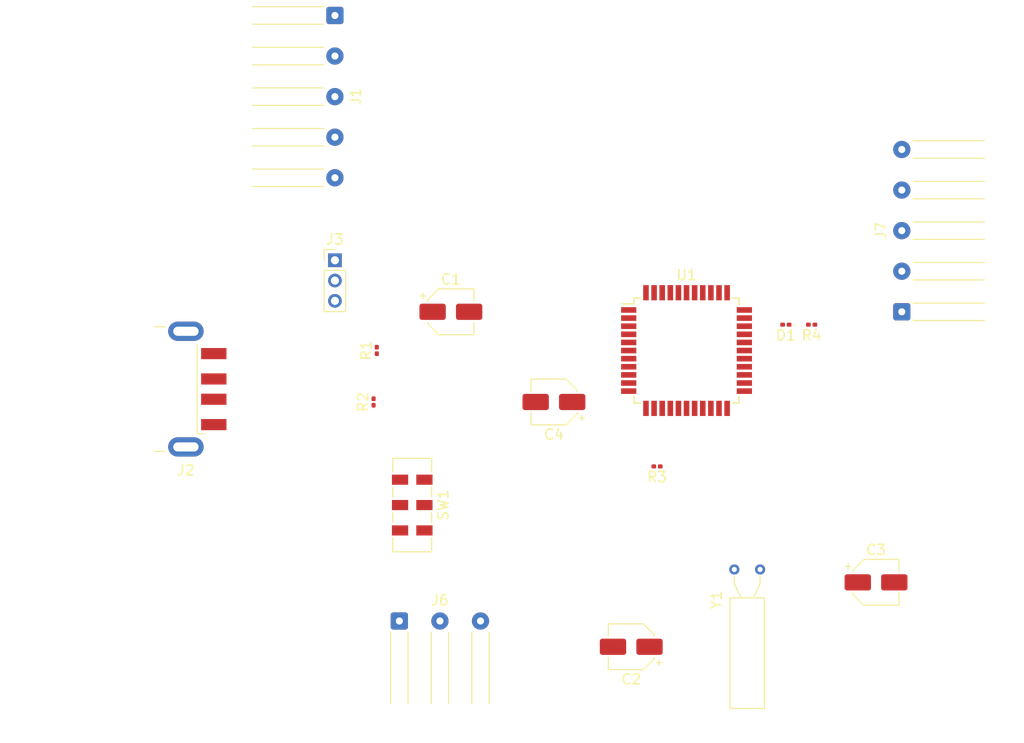
<source format=kicad_pcb>
(kicad_pcb (version 20171130) (host pcbnew "(5.1.9)-1")

  (general
    (thickness 1.6)
    (drawings 0)
    (tracks 0)
    (zones 0)
    (modules 17)
    (nets 42)
  )

  (page A4)
  (layers
    (0 F.Cu signal)
    (31 B.Cu signal)
    (32 B.Adhes user)
    (33 F.Adhes user)
    (34 B.Paste user)
    (35 F.Paste user)
    (36 B.SilkS user)
    (37 F.SilkS user)
    (38 B.Mask user)
    (39 F.Mask user)
    (40 Dwgs.User user)
    (41 Cmts.User user)
    (42 Eco1.User user)
    (43 Eco2.User user)
    (44 Edge.Cuts user)
    (45 Margin user)
    (46 B.CrtYd user)
    (47 F.CrtYd user)
    (48 B.Fab user)
    (49 F.Fab user)
  )

  (setup
    (last_trace_width 0.25)
    (trace_clearance 0.2)
    (zone_clearance 0.508)
    (zone_45_only no)
    (trace_min 0.2)
    (via_size 0.8)
    (via_drill 0.4)
    (via_min_size 0.4)
    (via_min_drill 0.3)
    (uvia_size 0.3)
    (uvia_drill 0.1)
    (uvias_allowed no)
    (uvia_min_size 0.2)
    (uvia_min_drill 0.1)
    (edge_width 0.05)
    (segment_width 0.2)
    (pcb_text_width 0.3)
    (pcb_text_size 1.5 1.5)
    (mod_edge_width 0.12)
    (mod_text_size 1 1)
    (mod_text_width 0.15)
    (pad_size 1.524 1.524)
    (pad_drill 0.762)
    (pad_to_mask_clearance 0)
    (aux_axis_origin 0 0)
    (visible_elements 7FFFFFFF)
    (pcbplotparams
      (layerselection 0x010fc_ffffffff)
      (usegerberextensions false)
      (usegerberattributes true)
      (usegerberadvancedattributes true)
      (creategerberjobfile true)
      (excludeedgelayer true)
      (linewidth 0.100000)
      (plotframeref false)
      (viasonmask false)
      (mode 1)
      (useauxorigin false)
      (hpglpennumber 1)
      (hpglpenspeed 20)
      (hpglpendiameter 15.000000)
      (psnegative false)
      (psa4output false)
      (plotreference true)
      (plotvalue true)
      (plotinvisibletext false)
      (padsonsilk false)
      (subtractmaskfromsilk false)
      (outputformat 1)
      (mirror false)
      (drillshape 1)
      (scaleselection 1)
      (outputdirectory ""))
  )

  (net 0 "")
  (net 1 GND)
  (net 2 "Net-(C1-Pad1)")
  (net 3 "Net-(C2-Pad1)")
  (net 4 "Net-(C3-Pad1)")
  (net 5 "Net-(C4-Pad1)")
  (net 6 "Net-(D1-Pad2)")
  (net 7 "Net-(D1-Pad1)")
  (net 8 "Net-(J1-Pad5)")
  (net 9 "Net-(J1-Pad3)")
  (net 10 "Net-(J1-Pad2)")
  (net 11 "Net-(J1-Pad1)")
  (net 12 "Net-(J2-Pad3)")
  (net 13 "Net-(J2-Pad2)")
  (net 14 VCC)
  (net 15 "Net-(J6-Pad1)")
  (net 16 "Net-(R1-Pad1)")
  (net 17 "Net-(R2-Pad1)")
  (net 18 "Net-(R3-Pad2)")
  (net 19 "Net-(U1-Pad42)")
  (net 20 "Net-(U1-Pad41)")
  (net 21 "Net-(U1-Pad40)")
  (net 22 "Net-(U1-Pad39)")
  (net 23 "Net-(U1-Pad38)")
  (net 24 "Net-(U1-Pad37)")
  (net 25 "Net-(U1-Pad36)")
  (net 26 "Net-(U1-Pad33)")
  (net 27 "Net-(U1-Pad31)")
  (net 28 "Net-(U1-Pad30)")
  (net 29 "Net-(U1-Pad29)")
  (net 30 "Net-(U1-Pad28)")
  (net 31 "Net-(U1-Pad27)")
  (net 32 "Net-(U1-Pad26)")
  (net 33 "Net-(U1-Pad25)")
  (net 34 "Net-(U1-Pad22)")
  (net 35 "Net-(U1-Pad21)")
  (net 36 "Net-(U1-Pad20)")
  (net 37 "Net-(U1-Pad11)")
  (net 38 "Net-(U1-Pad10)")
  (net 39 "Net-(U1-Pad9)")
  (net 40 "Net-(U1-Pad8)")
  (net 41 "Net-(U1-Pad1)")

  (net_class Default "This is the default net class."
    (clearance 0.2)
    (trace_width 0.25)
    (via_dia 0.8)
    (via_drill 0.4)
    (uvia_dia 0.3)
    (uvia_drill 0.1)
    (add_net GND)
    (add_net "Net-(C1-Pad1)")
    (add_net "Net-(C2-Pad1)")
    (add_net "Net-(C3-Pad1)")
    (add_net "Net-(C4-Pad1)")
    (add_net "Net-(D1-Pad1)")
    (add_net "Net-(D1-Pad2)")
    (add_net "Net-(J1-Pad1)")
    (add_net "Net-(J1-Pad2)")
    (add_net "Net-(J1-Pad3)")
    (add_net "Net-(J1-Pad5)")
    (add_net "Net-(J2-Pad2)")
    (add_net "Net-(J2-Pad3)")
    (add_net "Net-(J6-Pad1)")
    (add_net "Net-(R1-Pad1)")
    (add_net "Net-(R2-Pad1)")
    (add_net "Net-(R3-Pad2)")
    (add_net "Net-(U1-Pad1)")
    (add_net "Net-(U1-Pad10)")
    (add_net "Net-(U1-Pad11)")
    (add_net "Net-(U1-Pad20)")
    (add_net "Net-(U1-Pad21)")
    (add_net "Net-(U1-Pad22)")
    (add_net "Net-(U1-Pad25)")
    (add_net "Net-(U1-Pad26)")
    (add_net "Net-(U1-Pad27)")
    (add_net "Net-(U1-Pad28)")
    (add_net "Net-(U1-Pad29)")
    (add_net "Net-(U1-Pad30)")
    (add_net "Net-(U1-Pad31)")
    (add_net "Net-(U1-Pad33)")
    (add_net "Net-(U1-Pad36)")
    (add_net "Net-(U1-Pad37)")
    (add_net "Net-(U1-Pad38)")
    (add_net "Net-(U1-Pad39)")
    (add_net "Net-(U1-Pad40)")
    (add_net "Net-(U1-Pad41)")
    (add_net "Net-(U1-Pad42)")
    (add_net "Net-(U1-Pad8)")
    (add_net "Net-(U1-Pad9)")
    (add_net VCC)
  )

  (module Crystal:Crystal_AT310_D3.0mm_L10.0mm_Horizontal (layer F.Cu) (tedit 5D20AD32) (tstamp 60A15216)
    (at 114.3 157.48)
    (descr "Crystal THT AT310 10.0mm-10.5mm length 3.0mm diameter http://www.cinetech.com.tw/upload/2011/04/20110401165201.pdf")
    (tags ['AT310'])
    (path /608997C4)
    (fp_text reference Y1 (at -1.75 3 90) (layer F.SilkS)
      (effects (font (size 1 1) (thickness 0.15)))
    )
    (fp_text value Crystal (at 4.29 3 90) (layer F.Fab)
      (effects (font (size 1 1) (thickness 0.15)))
    )
    (fp_line (start -0.23 3) (end -0.23 13.5) (layer F.Fab) (width 0.1))
    (fp_line (start -0.23 13.5) (end 2.77 13.5) (layer F.Fab) (width 0.1))
    (fp_line (start 2.77 13.5) (end 2.77 3) (layer F.Fab) (width 0.1))
    (fp_line (start 2.77 3) (end -0.23 3) (layer F.Fab) (width 0.1))
    (fp_line (start 0.67 3) (end 0 1.5) (layer F.Fab) (width 0.1))
    (fp_line (start 0 1.5) (end 0 0) (layer F.Fab) (width 0.1))
    (fp_line (start 1.87 3) (end 2.54 1.5) (layer F.Fab) (width 0.1))
    (fp_line (start 2.54 1.5) (end 2.54 0) (layer F.Fab) (width 0.1))
    (fp_line (start -0.43 2.8) (end -0.43 13.7) (layer F.SilkS) (width 0.12))
    (fp_line (start -0.43 13.7) (end 2.97 13.7) (layer F.SilkS) (width 0.12))
    (fp_line (start 2.97 13.7) (end 2.97 2.8) (layer F.SilkS) (width 0.12))
    (fp_line (start 2.97 2.8) (end -0.43 2.8) (layer F.SilkS) (width 0.12))
    (fp_line (start 0.67 2.8) (end 0 1.4) (layer F.SilkS) (width 0.12))
    (fp_line (start 0 1.4) (end 0 0.7) (layer F.SilkS) (width 0.12))
    (fp_line (start 1.87 2.8) (end 2.54 1.4) (layer F.SilkS) (width 0.12))
    (fp_line (start 2.54 1.4) (end 2.54 0.7) (layer F.SilkS) (width 0.12))
    (fp_line (start -1 -0.8) (end -1 14.3) (layer F.CrtYd) (width 0.05))
    (fp_line (start -1 14.3) (end 3.6 14.3) (layer F.CrtYd) (width 0.05))
    (fp_line (start 3.6 14.3) (end 3.6 -0.8) (layer F.CrtYd) (width 0.05))
    (fp_line (start 3.6 -0.8) (end -1 -0.8) (layer F.CrtYd) (width 0.05))
    (fp_text user %R (at 1.25 8.75 90) (layer F.Fab)
      (effects (font (size 0.8 0.8) (thickness 0.12)))
    )
    (pad 2 thru_hole circle (at 2.54 0) (size 1 1) (drill 0.5) (layers *.Cu *.Mask)
      (net 4 "Net-(C3-Pad1)"))
    (pad 1 thru_hole circle (at 0 0) (size 1 1) (drill 0.5) (layers *.Cu *.Mask)
      (net 3 "Net-(C2-Pad1)"))
    (model ${KISYS3DMOD}/Crystal.3dshapes/Crystal_AT310_D3.0mm_L10.0mm_Horizontal.wrl
      (at (xyz 0 0 0))
      (scale (xyz 1 1 1))
      (rotate (xyz 0 0 0))
    )
  )

  (module Package_QFP:TQFP-44_10x10mm_P0.8mm (layer F.Cu) (tedit 5A02F146) (tstamp 60A151FB)
    (at 109.59 135.9)
    (descr "44-Lead Plastic Thin Quad Flatpack (PT) - 10x10x1.0 mm Body [TQFP] (see Microchip Packaging Specification 00000049BS.pdf)")
    (tags "QFP 0.8")
    (path /6086CB51)
    (attr smd)
    (fp_text reference U1 (at 0 -7.45) (layer F.SilkS)
      (effects (font (size 1 1) (thickness 0.15)))
    )
    (fp_text value ATmega32U4-AU (at 0 7.45) (layer F.Fab)
      (effects (font (size 1 1) (thickness 0.15)))
    )
    (fp_line (start -4 -5) (end 5 -5) (layer F.Fab) (width 0.15))
    (fp_line (start 5 -5) (end 5 5) (layer F.Fab) (width 0.15))
    (fp_line (start 5 5) (end -5 5) (layer F.Fab) (width 0.15))
    (fp_line (start -5 5) (end -5 -4) (layer F.Fab) (width 0.15))
    (fp_line (start -5 -4) (end -4 -5) (layer F.Fab) (width 0.15))
    (fp_line (start -6.7 -6.7) (end -6.7 6.7) (layer F.CrtYd) (width 0.05))
    (fp_line (start 6.7 -6.7) (end 6.7 6.7) (layer F.CrtYd) (width 0.05))
    (fp_line (start -6.7 -6.7) (end 6.7 -6.7) (layer F.CrtYd) (width 0.05))
    (fp_line (start -6.7 6.7) (end 6.7 6.7) (layer F.CrtYd) (width 0.05))
    (fp_line (start -5.175 -5.175) (end -5.175 -4.6) (layer F.SilkS) (width 0.15))
    (fp_line (start 5.175 -5.175) (end 5.175 -4.5) (layer F.SilkS) (width 0.15))
    (fp_line (start 5.175 5.175) (end 5.175 4.5) (layer F.SilkS) (width 0.15))
    (fp_line (start -5.175 5.175) (end -5.175 4.5) (layer F.SilkS) (width 0.15))
    (fp_line (start -5.175 -5.175) (end -4.5 -5.175) (layer F.SilkS) (width 0.15))
    (fp_line (start -5.175 5.175) (end -4.5 5.175) (layer F.SilkS) (width 0.15))
    (fp_line (start 5.175 5.175) (end 4.5 5.175) (layer F.SilkS) (width 0.15))
    (fp_line (start 5.175 -5.175) (end 4.5 -5.175) (layer F.SilkS) (width 0.15))
    (fp_line (start -5.175 -4.6) (end -6.45 -4.6) (layer F.SilkS) (width 0.15))
    (fp_text user %R (at 0 0) (layer F.Fab)
      (effects (font (size 1 1) (thickness 0.15)))
    )
    (pad 44 smd rect (at -4 -5.7 90) (size 1.5 0.55) (layers F.Cu F.Paste F.Mask)
      (net 14 VCC))
    (pad 43 smd rect (at -3.2 -5.7 90) (size 1.5 0.55) (layers F.Cu F.Paste F.Mask)
      (net 1 GND))
    (pad 42 smd rect (at -2.4 -5.7 90) (size 1.5 0.55) (layers F.Cu F.Paste F.Mask)
      (net 19 "Net-(U1-Pad42)"))
    (pad 41 smd rect (at -1.6 -5.7 90) (size 1.5 0.55) (layers F.Cu F.Paste F.Mask)
      (net 20 "Net-(U1-Pad41)"))
    (pad 40 smd rect (at -0.8 -5.7 90) (size 1.5 0.55) (layers F.Cu F.Paste F.Mask)
      (net 21 "Net-(U1-Pad40)"))
    (pad 39 smd rect (at 0 -5.7 90) (size 1.5 0.55) (layers F.Cu F.Paste F.Mask)
      (net 22 "Net-(U1-Pad39)"))
    (pad 38 smd rect (at 0.8 -5.7 90) (size 1.5 0.55) (layers F.Cu F.Paste F.Mask)
      (net 23 "Net-(U1-Pad38)"))
    (pad 37 smd rect (at 1.6 -5.7 90) (size 1.5 0.55) (layers F.Cu F.Paste F.Mask)
      (net 24 "Net-(U1-Pad37)"))
    (pad 36 smd rect (at 2.4 -5.7 90) (size 1.5 0.55) (layers F.Cu F.Paste F.Mask)
      (net 25 "Net-(U1-Pad36)"))
    (pad 35 smd rect (at 3.2 -5.7 90) (size 1.5 0.55) (layers F.Cu F.Paste F.Mask)
      (net 1 GND))
    (pad 34 smd rect (at 4 -5.7 90) (size 1.5 0.55) (layers F.Cu F.Paste F.Mask)
      (net 14 VCC))
    (pad 33 smd rect (at 5.7 -4) (size 1.5 0.55) (layers F.Cu F.Paste F.Mask)
      (net 26 "Net-(U1-Pad33)"))
    (pad 32 smd rect (at 5.7 -3.2) (size 1.5 0.55) (layers F.Cu F.Paste F.Mask)
      (net 6 "Net-(D1-Pad2)"))
    (pad 31 smd rect (at 5.7 -2.4) (size 1.5 0.55) (layers F.Cu F.Paste F.Mask)
      (net 27 "Net-(U1-Pad31)"))
    (pad 30 smd rect (at 5.7 -1.6) (size 1.5 0.55) (layers F.Cu F.Paste F.Mask)
      (net 28 "Net-(U1-Pad30)"))
    (pad 29 smd rect (at 5.7 -0.8) (size 1.5 0.55) (layers F.Cu F.Paste F.Mask)
      (net 29 "Net-(U1-Pad29)"))
    (pad 28 smd rect (at 5.7 0) (size 1.5 0.55) (layers F.Cu F.Paste F.Mask)
      (net 30 "Net-(U1-Pad28)"))
    (pad 27 smd rect (at 5.7 0.8) (size 1.5 0.55) (layers F.Cu F.Paste F.Mask)
      (net 31 "Net-(U1-Pad27)"))
    (pad 26 smd rect (at 5.7 1.6) (size 1.5 0.55) (layers F.Cu F.Paste F.Mask)
      (net 32 "Net-(U1-Pad26)"))
    (pad 25 smd rect (at 5.7 2.4) (size 1.5 0.55) (layers F.Cu F.Paste F.Mask)
      (net 33 "Net-(U1-Pad25)"))
    (pad 24 smd rect (at 5.7 3.2) (size 1.5 0.55) (layers F.Cu F.Paste F.Mask)
      (net 14 VCC))
    (pad 23 smd rect (at 5.7 4) (size 1.5 0.55) (layers F.Cu F.Paste F.Mask)
      (net 1 GND))
    (pad 22 smd rect (at 4 5.7 90) (size 1.5 0.55) (layers F.Cu F.Paste F.Mask)
      (net 34 "Net-(U1-Pad22)"))
    (pad 21 smd rect (at 3.2 5.7 90) (size 1.5 0.55) (layers F.Cu F.Paste F.Mask)
      (net 35 "Net-(U1-Pad21)"))
    (pad 20 smd rect (at 2.4 5.7 90) (size 1.5 0.55) (layers F.Cu F.Paste F.Mask)
      (net 36 "Net-(U1-Pad20)"))
    (pad 19 smd rect (at 1.6 5.7 90) (size 1.5 0.55) (layers F.Cu F.Paste F.Mask)
      (net 10 "Net-(J1-Pad2)"))
    (pad 18 smd rect (at 0.8 5.7 90) (size 1.5 0.55) (layers F.Cu F.Paste F.Mask)
      (net 9 "Net-(J1-Pad3)"))
    (pad 17 smd rect (at 0 5.7 90) (size 1.5 0.55) (layers F.Cu F.Paste F.Mask)
      (net 3 "Net-(C2-Pad1)"))
    (pad 16 smd rect (at -0.8 5.7 90) (size 1.5 0.55) (layers F.Cu F.Paste F.Mask)
      (net 4 "Net-(C3-Pad1)"))
    (pad 15 smd rect (at -1.6 5.7 90) (size 1.5 0.55) (layers F.Cu F.Paste F.Mask)
      (net 1 GND))
    (pad 14 smd rect (at -2.4 5.7 90) (size 1.5 0.55) (layers F.Cu F.Paste F.Mask)
      (net 14 VCC))
    (pad 13 smd rect (at -3.2 5.7 90) (size 1.5 0.55) (layers F.Cu F.Paste F.Mask)
      (net 18 "Net-(R3-Pad2)"))
    (pad 12 smd rect (at -4 5.7 90) (size 1.5 0.55) (layers F.Cu F.Paste F.Mask)
      (net 15 "Net-(J6-Pad1)"))
    (pad 11 smd rect (at -5.7 4) (size 1.5 0.55) (layers F.Cu F.Paste F.Mask)
      (net 37 "Net-(U1-Pad11)"))
    (pad 10 smd rect (at -5.7 3.2) (size 1.5 0.55) (layers F.Cu F.Paste F.Mask)
      (net 38 "Net-(U1-Pad10)"))
    (pad 9 smd rect (at -5.7 2.4) (size 1.5 0.55) (layers F.Cu F.Paste F.Mask)
      (net 39 "Net-(U1-Pad9)"))
    (pad 8 smd rect (at -5.7 1.6) (size 1.5 0.55) (layers F.Cu F.Paste F.Mask)
      (net 40 "Net-(U1-Pad8)"))
    (pad 7 smd rect (at -5.7 0.8) (size 1.5 0.55) (layers F.Cu F.Paste F.Mask)
      (net 2 "Net-(C1-Pad1)"))
    (pad 6 smd rect (at -5.7 0) (size 1.5 0.55) (layers F.Cu F.Paste F.Mask)
      (net 5 "Net-(C4-Pad1)"))
    (pad 5 smd rect (at -5.7 -0.8) (size 1.5 0.55) (layers F.Cu F.Paste F.Mask)
      (net 1 GND))
    (pad 4 smd rect (at -5.7 -1.6) (size 1.5 0.55) (layers F.Cu F.Paste F.Mask)
      (net 16 "Net-(R1-Pad1)"))
    (pad 3 smd rect (at -5.7 -2.4) (size 1.5 0.55) (layers F.Cu F.Paste F.Mask)
      (net 17 "Net-(R2-Pad1)"))
    (pad 2 smd rect (at -5.7 -3.2) (size 1.5 0.55) (layers F.Cu F.Paste F.Mask)
      (net 14 VCC))
    (pad 1 smd rect (at -5.7 -4) (size 1.5 0.55) (layers F.Cu F.Paste F.Mask)
      (net 41 "Net-(U1-Pad1)"))
    (model ${KISYS3DMOD}/Package_QFP.3dshapes/TQFP-44_10x10mm_P0.8mm.wrl
      (at (xyz 0 0 0))
      (scale (xyz 1 1 1))
      (rotate (xyz 0 0 0))
    )
  )

  (module Button_Switch_SMD:SW_DPDT_CK_JS202011JCQN (layer F.Cu) (tedit 5E695155) (tstamp 60A151B8)
    (at 82.55 151.13 270)
    (descr "Sub-miniature slide switch, vertical, SMT J bend https://dznh3ojzb2azq.cloudfront.net/products/Slide/JS/documents/datasheet.pdf")
    (tags "switch DPDT SMT")
    (path /608A7433)
    (attr smd)
    (fp_text reference SW1 (at 0 -3.05 90) (layer F.SilkS)
      (effects (font (size 1 1) (thickness 0.15)))
    )
    (fp_text value SW_Push_SPDT (at 0 3.15 90) (layer F.Fab)
      (effects (font (size 1 1) (thickness 0.15)))
    )
    (fp_line (start -4.5 -1.8) (end 4.5 -1.8) (layer F.Fab) (width 0.1))
    (fp_line (start 4.5 -1.8) (end 4.5 1.8) (layer F.Fab) (width 0.1))
    (fp_line (start 4.5 1.8) (end -4.5 1.8) (layer F.Fab) (width 0.1))
    (fp_line (start -4.5 1.8) (end -4.5 -1.8) (layer F.Fab) (width 0.1))
    (fp_line (start 4.61 -1.91) (end 4.61 1.91) (layer F.SilkS) (width 0.12))
    (fp_line (start -3.26 -1.91) (end -4.61 -1.91) (layer F.SilkS) (width 0.12))
    (fp_line (start -4.61 -1.91) (end -4.61 1.91) (layer F.SilkS) (width 0.12))
    (fp_line (start -4.61 1.91) (end -3.26 1.91) (layer F.SilkS) (width 0.12))
    (fp_line (start -0.76 -1.91) (end -1.74 -1.91) (layer F.SilkS) (width 0.12))
    (fp_line (start 4.61 -1.91) (end 3.26 -1.91) (layer F.SilkS) (width 0.12))
    (fp_line (start 4.61 1.91) (end 3.26 1.91) (layer F.SilkS) (width 0.12))
    (fp_line (start 1.74 -1.91) (end 0.76 -1.91) (layer F.SilkS) (width 0.12))
    (fp_line (start -0.76 1.91) (end -1.74 1.91) (layer F.SilkS) (width 0.12))
    (fp_line (start 1.74 1.91) (end 0.76 1.91) (layer F.SilkS) (width 0.12))
    (fp_line (start -1.75 -0.75) (end 1.75 -0.75) (layer F.Fab) (width 0.1))
    (fp_line (start 1.75 -0.75) (end 1.75 0.75) (layer F.Fab) (width 0.1))
    (fp_line (start 1.75 0.75) (end -1.75 0.75) (layer F.Fab) (width 0.1))
    (fp_line (start -1.75 -0.75) (end -1.75 0.75) (layer F.Fab) (width 0.1))
    (fp_line (start -0.25 -0.75) (end -0.25 0.75) (layer F.Fab) (width 0.1))
    (fp_line (start 4.75 -2.25) (end 4.75 2.25) (layer F.CrtYd) (width 0.05))
    (fp_line (start -4.75 -2.25) (end -4.75 2.25) (layer F.CrtYd) (width 0.05))
    (fp_line (start -4.75 -2.25) (end 4.75 -2.25) (layer F.CrtYd) (width 0.05))
    (fp_line (start 4.75 2.25) (end -4.75 2.25) (layer F.CrtYd) (width 0.05))
    (fp_text user %R (at 0 -3.05 90) (layer F.Fab)
      (effects (font (size 1 1) (thickness 0.15)))
    )
    (pad 3 smd rect (at 2.5 -1.2 270) (size 1 1.6) (layers F.Cu F.Paste F.Mask)
      (net 1 GND))
    (pad 2 smd rect (at 0 -1.2 270) (size 1 1.6) (layers F.Cu F.Paste F.Mask)
      (net 18 "Net-(R3-Pad2)"))
    (pad 1 smd rect (at -2.5 -1.2 270) (size 1 1.6) (layers F.Cu F.Paste F.Mask)
      (net 1 GND))
    (pad 6 smd rect (at 2.5 1.2 270) (size 1 1.6) (layers F.Cu F.Paste F.Mask))
    (pad 5 smd rect (at 0 1.2 270) (size 1 1.6) (layers F.Cu F.Paste F.Mask))
    (pad 4 smd rect (at -2.5 1.2 270) (size 1 1.6) (layers F.Cu F.Paste F.Mask))
    (model ${KISYS3DMOD}/Button_Switch_SMD.3dshapes/SW_DPDT_CK_JS202011JCQN.wrl
      (at (xyz 0 0 0))
      (scale (xyz 1 1 1))
      (rotate (xyz 0 0 0))
    )
  )

  (module Resistor_SMD:R_0201_0603Metric (layer F.Cu) (tedit 5F68FEEE) (tstamp 60A15196)
    (at 121.92 133.35 180)
    (descr "Resistor SMD 0201 (0603 Metric), square (rectangular) end terminal, IPC_7351 nominal, (Body size source: https://www.vishay.com/docs/20052/crcw0201e3.pdf), generated with kicad-footprint-generator")
    (tags resistor)
    (path /60884624)
    (attr smd)
    (fp_text reference R4 (at 0 -1.05) (layer F.SilkS)
      (effects (font (size 1 1) (thickness 0.15)))
    )
    (fp_text value 200 (at 0 1.05) (layer F.Fab)
      (effects (font (size 1 1) (thickness 0.15)))
    )
    (fp_line (start -0.3 0.15) (end -0.3 -0.15) (layer F.Fab) (width 0.1))
    (fp_line (start -0.3 -0.15) (end 0.3 -0.15) (layer F.Fab) (width 0.1))
    (fp_line (start 0.3 -0.15) (end 0.3 0.15) (layer F.Fab) (width 0.1))
    (fp_line (start 0.3 0.15) (end -0.3 0.15) (layer F.Fab) (width 0.1))
    (fp_line (start -0.7 0.35) (end -0.7 -0.35) (layer F.CrtYd) (width 0.05))
    (fp_line (start -0.7 -0.35) (end 0.7 -0.35) (layer F.CrtYd) (width 0.05))
    (fp_line (start 0.7 -0.35) (end 0.7 0.35) (layer F.CrtYd) (width 0.05))
    (fp_line (start 0.7 0.35) (end -0.7 0.35) (layer F.CrtYd) (width 0.05))
    (fp_text user %R (at 0 -0.68) (layer F.Fab)
      (effects (font (size 0.25 0.25) (thickness 0.04)))
    )
    (pad 2 smd roundrect (at 0.32 0 180) (size 0.46 0.4) (layers F.Cu F.Mask) (roundrect_rratio 0.25)
      (net 7 "Net-(D1-Pad1)"))
    (pad 1 smd roundrect (at -0.32 0 180) (size 0.46 0.4) (layers F.Cu F.Mask) (roundrect_rratio 0.25)
      (net 1 GND))
    (pad "" smd roundrect (at 0.345 0 180) (size 0.318 0.36) (layers F.Paste) (roundrect_rratio 0.25))
    (pad "" smd roundrect (at -0.345 0 180) (size 0.318 0.36) (layers F.Paste) (roundrect_rratio 0.25))
    (model ${KISYS3DMOD}/Resistor_SMD.3dshapes/R_0201_0603Metric.wrl
      (at (xyz 0 0 0))
      (scale (xyz 1 1 1))
      (rotate (xyz 0 0 0))
    )
  )

  (module Resistor_SMD:R_0201_0603Metric (layer F.Cu) (tedit 5F68FEEE) (tstamp 60A15185)
    (at 106.68 147.32 180)
    (descr "Resistor SMD 0201 (0603 Metric), square (rectangular) end terminal, IPC_7351 nominal, (Body size source: https://www.vishay.com/docs/20052/crcw0201e3.pdf), generated with kicad-footprint-generator")
    (tags resistor)
    (path /608A32E5)
    (attr smd)
    (fp_text reference R3 (at 0 -1.05) (layer F.SilkS)
      (effects (font (size 1 1) (thickness 0.15)))
    )
    (fp_text value 10K (at 0 1.05) (layer F.Fab)
      (effects (font (size 1 1) (thickness 0.15)))
    )
    (fp_line (start -0.3 0.15) (end -0.3 -0.15) (layer F.Fab) (width 0.1))
    (fp_line (start -0.3 -0.15) (end 0.3 -0.15) (layer F.Fab) (width 0.1))
    (fp_line (start 0.3 -0.15) (end 0.3 0.15) (layer F.Fab) (width 0.1))
    (fp_line (start 0.3 0.15) (end -0.3 0.15) (layer F.Fab) (width 0.1))
    (fp_line (start -0.7 0.35) (end -0.7 -0.35) (layer F.CrtYd) (width 0.05))
    (fp_line (start -0.7 -0.35) (end 0.7 -0.35) (layer F.CrtYd) (width 0.05))
    (fp_line (start 0.7 -0.35) (end 0.7 0.35) (layer F.CrtYd) (width 0.05))
    (fp_line (start 0.7 0.35) (end -0.7 0.35) (layer F.CrtYd) (width 0.05))
    (fp_text user %R (at 0 -0.68) (layer F.Fab)
      (effects (font (size 0.25 0.25) (thickness 0.04)))
    )
    (pad 2 smd roundrect (at 0.32 0 180) (size 0.46 0.4) (layers F.Cu F.Mask) (roundrect_rratio 0.25)
      (net 18 "Net-(R3-Pad2)"))
    (pad 1 smd roundrect (at -0.32 0 180) (size 0.46 0.4) (layers F.Cu F.Mask) (roundrect_rratio 0.25)
      (net 14 VCC))
    (pad "" smd roundrect (at 0.345 0 180) (size 0.318 0.36) (layers F.Paste) (roundrect_rratio 0.25))
    (pad "" smd roundrect (at -0.345 0 180) (size 0.318 0.36) (layers F.Paste) (roundrect_rratio 0.25))
    (model ${KISYS3DMOD}/Resistor_SMD.3dshapes/R_0201_0603Metric.wrl
      (at (xyz 0 0 0))
      (scale (xyz 1 1 1))
      (rotate (xyz 0 0 0))
    )
  )

  (module Resistor_SMD:R_0201_0603Metric (layer F.Cu) (tedit 5F68FEEE) (tstamp 60AA406C)
    (at 78.74 140.97 90)
    (descr "Resistor SMD 0201 (0603 Metric), square (rectangular) end terminal, IPC_7351 nominal, (Body size source: https://www.vishay.com/docs/20052/crcw0201e3.pdf), generated with kicad-footprint-generator")
    (tags resistor)
    (path /6087F59F)
    (attr smd)
    (fp_text reference R2 (at 0 -1.05 90) (layer F.SilkS)
      (effects (font (size 1 1) (thickness 0.15)))
    )
    (fp_text value 22 (at 0 1.05 90) (layer F.Fab)
      (effects (font (size 1 1) (thickness 0.15)))
    )
    (fp_line (start -0.3 0.15) (end -0.3 -0.15) (layer F.Fab) (width 0.1))
    (fp_line (start -0.3 -0.15) (end 0.3 -0.15) (layer F.Fab) (width 0.1))
    (fp_line (start 0.3 -0.15) (end 0.3 0.15) (layer F.Fab) (width 0.1))
    (fp_line (start 0.3 0.15) (end -0.3 0.15) (layer F.Fab) (width 0.1))
    (fp_line (start -0.7 0.35) (end -0.7 -0.35) (layer F.CrtYd) (width 0.05))
    (fp_line (start -0.7 -0.35) (end 0.7 -0.35) (layer F.CrtYd) (width 0.05))
    (fp_line (start 0.7 -0.35) (end 0.7 0.35) (layer F.CrtYd) (width 0.05))
    (fp_line (start 0.7 0.35) (end -0.7 0.35) (layer F.CrtYd) (width 0.05))
    (fp_text user %R (at 0 -0.68 90) (layer F.Fab)
      (effects (font (size 0.25 0.25) (thickness 0.04)))
    )
    (pad 2 smd roundrect (at 0.32 0 90) (size 0.46 0.4) (layers F.Cu F.Mask) (roundrect_rratio 0.25)
      (net 13 "Net-(J2-Pad2)"))
    (pad 1 smd roundrect (at -0.32 0 90) (size 0.46 0.4) (layers F.Cu F.Mask) (roundrect_rratio 0.25)
      (net 17 "Net-(R2-Pad1)"))
    (pad "" smd roundrect (at 0.345 0 90) (size 0.318 0.36) (layers F.Paste) (roundrect_rratio 0.25))
    (pad "" smd roundrect (at -0.345 0 90) (size 0.318 0.36) (layers F.Paste) (roundrect_rratio 0.25))
    (model ${KISYS3DMOD}/Resistor_SMD.3dshapes/R_0201_0603Metric.wrl
      (at (xyz 0 0 0))
      (scale (xyz 1 1 1))
      (rotate (xyz 0 0 0))
    )
  )

  (module Resistor_SMD:R_0201_0603Metric (layer F.Cu) (tedit 5F68FEEE) (tstamp 60A15163)
    (at 79.06 135.89 90)
    (descr "Resistor SMD 0201 (0603 Metric), square (rectangular) end terminal, IPC_7351 nominal, (Body size source: https://www.vishay.com/docs/20052/crcw0201e3.pdf), generated with kicad-footprint-generator")
    (tags resistor)
    (path /6087EA5F)
    (attr smd)
    (fp_text reference R1 (at 0 -1.05 90) (layer F.SilkS)
      (effects (font (size 1 1) (thickness 0.15)))
    )
    (fp_text value 22 (at 0 1.05 90) (layer F.Fab)
      (effects (font (size 1 1) (thickness 0.15)))
    )
    (fp_line (start -0.3 0.15) (end -0.3 -0.15) (layer F.Fab) (width 0.1))
    (fp_line (start -0.3 -0.15) (end 0.3 -0.15) (layer F.Fab) (width 0.1))
    (fp_line (start 0.3 -0.15) (end 0.3 0.15) (layer F.Fab) (width 0.1))
    (fp_line (start 0.3 0.15) (end -0.3 0.15) (layer F.Fab) (width 0.1))
    (fp_line (start -0.7 0.35) (end -0.7 -0.35) (layer F.CrtYd) (width 0.05))
    (fp_line (start -0.7 -0.35) (end 0.7 -0.35) (layer F.CrtYd) (width 0.05))
    (fp_line (start 0.7 -0.35) (end 0.7 0.35) (layer F.CrtYd) (width 0.05))
    (fp_line (start 0.7 0.35) (end -0.7 0.35) (layer F.CrtYd) (width 0.05))
    (fp_text user %R (at 0 -0.68 90) (layer F.Fab)
      (effects (font (size 0.25 0.25) (thickness 0.04)))
    )
    (pad 2 smd roundrect (at 0.32 0 90) (size 0.46 0.4) (layers F.Cu F.Mask) (roundrect_rratio 0.25)
      (net 12 "Net-(J2-Pad3)"))
    (pad 1 smd roundrect (at -0.32 0 90) (size 0.46 0.4) (layers F.Cu F.Mask) (roundrect_rratio 0.25)
      (net 16 "Net-(R1-Pad1)"))
    (pad "" smd roundrect (at 0.345 0 90) (size 0.318 0.36) (layers F.Paste) (roundrect_rratio 0.25))
    (pad "" smd roundrect (at -0.345 0 90) (size 0.318 0.36) (layers F.Paste) (roundrect_rratio 0.25))
    (model ${KISYS3DMOD}/Resistor_SMD.3dshapes/R_0201_0603Metric.wrl
      (at (xyz 0 0 0))
      (scale (xyz 1 1 1))
      (rotate (xyz 0 0 0))
    )
  )

  (module Connector_Wire:SolderWire-0.15sqmm_1x05_P4mm_D0.5mm_OD1.5mm_Relief (layer F.Cu) (tedit 5EB70B42) (tstamp 60A16AAF)
    (at 130.81 132.08 90)
    (descr "Soldered wire connection with feed through strain relief, for 5 times 0.15 mm² wires, basic insulation, conductor diameter 0.5mm, outer diameter 1.5mm, size source Multi-Contact FLEXI-E 0.15 (https://ec.staubli.com/AcroFiles/Catalogues/TM_Cab-Main-11014119_(en)_hi.pdf), bend radius 3 times outer diameter, generated with kicad-footprint-generator")
    (tags "connector wire 0.15sqmm strain-relief")
    (path /6086FFCB)
    (attr virtual)
    (fp_text reference J7 (at 8 -2.05 90) (layer F.SilkS)
      (effects (font (size 1 1) (thickness 0.15)))
    )
    (fp_text value Conn_01x05_Male (at 8 11.2 90) (layer F.Fab)
      (effects (font (size 1 1) (thickness 0.15)))
    )
    (fp_circle (center 0 0) (end 0.75 0) (layer F.Fab) (width 0.1))
    (fp_circle (center 0 9) (end 0.75 9) (layer F.Fab) (width 0.1))
    (fp_circle (center 4 0) (end 4.75 0) (layer F.Fab) (width 0.1))
    (fp_circle (center 4 9) (end 4.75 9) (layer F.Fab) (width 0.1))
    (fp_circle (center 8 0) (end 8.75 0) (layer F.Fab) (width 0.1))
    (fp_circle (center 8 9) (end 8.75 9) (layer F.Fab) (width 0.1))
    (fp_circle (center 12 0) (end 12.75 0) (layer F.Fab) (width 0.1))
    (fp_circle (center 12 9) (end 12.75 9) (layer F.Fab) (width 0.1))
    (fp_circle (center 16 0) (end 16.75 0) (layer F.Fab) (width 0.1))
    (fp_circle (center 16 9) (end 16.75 9) (layer F.Fab) (width 0.1))
    (fp_line (start -0.75 0) (end -0.75 9) (layer F.Fab) (width 0.1))
    (fp_line (start 0.75 0) (end 0.75 9) (layer F.Fab) (width 0.1))
    (fp_line (start 0.86 1.11) (end 0.86 8.14) (layer F.SilkS) (width 0.12))
    (fp_line (start -0.86 1.11) (end -0.86 8.14) (layer F.SilkS) (width 0.12))
    (fp_line (start -1.5 -1.35) (end -1.5 10.5) (layer F.CrtYd) (width 0.05))
    (fp_line (start -1.5 10.5) (end 1.5 10.5) (layer F.CrtYd) (width 0.05))
    (fp_line (start 1.5 10.5) (end 1.5 -1.35) (layer F.CrtYd) (width 0.05))
    (fp_line (start 1.5 -1.35) (end -1.5 -1.35) (layer F.CrtYd) (width 0.05))
    (fp_line (start -1.5 7.5) (end -1.5 10.5) (layer B.CrtYd) (width 0.05))
    (fp_line (start -1.5 10.5) (end 1.5 10.5) (layer B.CrtYd) (width 0.05))
    (fp_line (start 1.5 10.5) (end 1.5 7.5) (layer B.CrtYd) (width 0.05))
    (fp_line (start 1.5 7.5) (end -1.5 7.5) (layer B.CrtYd) (width 0.05))
    (fp_line (start 3.25 0) (end 3.25 9) (layer F.Fab) (width 0.1))
    (fp_line (start 4.75 0) (end 4.75 9) (layer F.Fab) (width 0.1))
    (fp_line (start 4.86 1.11) (end 4.86 8.14) (layer F.SilkS) (width 0.12))
    (fp_line (start 3.14 1.11) (end 3.14 8.14) (layer F.SilkS) (width 0.12))
    (fp_line (start 2.5 -1.35) (end 2.5 10.5) (layer F.CrtYd) (width 0.05))
    (fp_line (start 2.5 10.5) (end 5.5 10.5) (layer F.CrtYd) (width 0.05))
    (fp_line (start 5.5 10.5) (end 5.5 -1.35) (layer F.CrtYd) (width 0.05))
    (fp_line (start 5.5 -1.35) (end 2.5 -1.35) (layer F.CrtYd) (width 0.05))
    (fp_line (start 2.5 7.5) (end 2.5 10.5) (layer B.CrtYd) (width 0.05))
    (fp_line (start 2.5 10.5) (end 5.5 10.5) (layer B.CrtYd) (width 0.05))
    (fp_line (start 5.5 10.5) (end 5.5 7.5) (layer B.CrtYd) (width 0.05))
    (fp_line (start 5.5 7.5) (end 2.5 7.5) (layer B.CrtYd) (width 0.05))
    (fp_line (start 7.25 0) (end 7.25 9) (layer F.Fab) (width 0.1))
    (fp_line (start 8.75 0) (end 8.75 9) (layer F.Fab) (width 0.1))
    (fp_line (start 8.86 1.11) (end 8.86 8.14) (layer F.SilkS) (width 0.12))
    (fp_line (start 7.14 1.11) (end 7.14 8.14) (layer F.SilkS) (width 0.12))
    (fp_line (start 6.5 -1.35) (end 6.5 10.5) (layer F.CrtYd) (width 0.05))
    (fp_line (start 6.5 10.5) (end 9.5 10.5) (layer F.CrtYd) (width 0.05))
    (fp_line (start 9.5 10.5) (end 9.5 -1.35) (layer F.CrtYd) (width 0.05))
    (fp_line (start 9.5 -1.35) (end 6.5 -1.35) (layer F.CrtYd) (width 0.05))
    (fp_line (start 6.5 7.5) (end 6.5 10.5) (layer B.CrtYd) (width 0.05))
    (fp_line (start 6.5 10.5) (end 9.5 10.5) (layer B.CrtYd) (width 0.05))
    (fp_line (start 9.5 10.5) (end 9.5 7.5) (layer B.CrtYd) (width 0.05))
    (fp_line (start 9.5 7.5) (end 6.5 7.5) (layer B.CrtYd) (width 0.05))
    (fp_line (start 11.25 0) (end 11.25 9) (layer F.Fab) (width 0.1))
    (fp_line (start 12.75 0) (end 12.75 9) (layer F.Fab) (width 0.1))
    (fp_line (start 12.86 1.11) (end 12.86 8.14) (layer F.SilkS) (width 0.12))
    (fp_line (start 11.14 1.11) (end 11.14 8.14) (layer F.SilkS) (width 0.12))
    (fp_line (start 10.5 -1.35) (end 10.5 10.5) (layer F.CrtYd) (width 0.05))
    (fp_line (start 10.5 10.5) (end 13.5 10.5) (layer F.CrtYd) (width 0.05))
    (fp_line (start 13.5 10.5) (end 13.5 -1.35) (layer F.CrtYd) (width 0.05))
    (fp_line (start 13.5 -1.35) (end 10.5 -1.35) (layer F.CrtYd) (width 0.05))
    (fp_line (start 10.5 7.5) (end 10.5 10.5) (layer B.CrtYd) (width 0.05))
    (fp_line (start 10.5 10.5) (end 13.5 10.5) (layer B.CrtYd) (width 0.05))
    (fp_line (start 13.5 10.5) (end 13.5 7.5) (layer B.CrtYd) (width 0.05))
    (fp_line (start 13.5 7.5) (end 10.5 7.5) (layer B.CrtYd) (width 0.05))
    (fp_line (start 15.25 0) (end 15.25 9) (layer F.Fab) (width 0.1))
    (fp_line (start 16.75 0) (end 16.75 9) (layer F.Fab) (width 0.1))
    (fp_line (start 16.86 1.11) (end 16.86 8.14) (layer F.SilkS) (width 0.12))
    (fp_line (start 15.14 1.11) (end 15.14 8.14) (layer F.SilkS) (width 0.12))
    (fp_line (start 14.5 -1.35) (end 14.5 10.5) (layer F.CrtYd) (width 0.05))
    (fp_line (start 14.5 10.5) (end 17.5 10.5) (layer F.CrtYd) (width 0.05))
    (fp_line (start 17.5 10.5) (end 17.5 -1.35) (layer F.CrtYd) (width 0.05))
    (fp_line (start 17.5 -1.35) (end 14.5 -1.35) (layer F.CrtYd) (width 0.05))
    (fp_line (start 14.5 7.5) (end 14.5 10.5) (layer B.CrtYd) (width 0.05))
    (fp_line (start 14.5 10.5) (end 17.5 10.5) (layer B.CrtYd) (width 0.05))
    (fp_line (start 17.5 10.5) (end 17.5 7.5) (layer B.CrtYd) (width 0.05))
    (fp_line (start 17.5 7.5) (end 14.5 7.5) (layer B.CrtYd) (width 0.05))
    (fp_text user %R (at 8 4.5) (layer F.Fab)
      (effects (font (size 1 1) (thickness 0.15)))
    )
    (pad "" np_thru_hole circle (at 16 9 90) (size 2 2) (drill 2) (layers *.Cu *.Mask))
    (pad "" np_thru_hole circle (at 12 9 90) (size 2 2) (drill 2) (layers *.Cu *.Mask))
    (pad "" np_thru_hole circle (at 8 9 90) (size 2 2) (drill 2) (layers *.Cu *.Mask))
    (pad "" np_thru_hole circle (at 4 9 90) (size 2 2) (drill 2) (layers *.Cu *.Mask))
    (pad "" np_thru_hole circle (at 0 9 90) (size 2 2) (drill 2) (layers *.Cu *.Mask))
    (pad 5 thru_hole circle (at 16 0 90) (size 1.7 1.7) (drill 0.7) (layers *.Cu *.Mask)
      (net 14 VCC))
    (pad 4 thru_hole circle (at 12 0 90) (size 1.7 1.7) (drill 0.7) (layers *.Cu *.Mask)
      (net 1 GND))
    (pad 3 thru_hole circle (at 8 0 90) (size 1.7 1.7) (drill 0.7) (layers *.Cu *.Mask)
      (net 9 "Net-(J1-Pad3)"))
    (pad 2 thru_hole circle (at 4 0 90) (size 1.7 1.7) (drill 0.7) (layers *.Cu *.Mask)
      (net 10 "Net-(J1-Pad2)"))
    (pad 1 thru_hole roundrect (at 0 0 90) (size 1.7 1.7) (drill 0.7) (layers *.Cu *.Mask) (roundrect_rratio 0.147059)
      (net 11 "Net-(J1-Pad1)"))
    (model ${KISYS3DMOD}/Connector_Wire.3dshapes/SolderWire-0.15sqmm_1x05_P4mm_D0.5mm_OD1.5mm_Relief.wrl
      (at (xyz 0 0 0))
      (scale (xyz 1 1 1))
      (rotate (xyz 0 0 0))
    )
  )

  (module Connector_Wire:SolderWire-0.15sqmm_1x03_P4mm_D0.5mm_OD1.5mm_Relief (layer F.Cu) (tedit 5EB70B42) (tstamp 60A150FD)
    (at 81.28 162.56)
    (descr "Soldered wire connection with feed through strain relief, for 3 times 0.15 mm² wires, basic insulation, conductor diameter 0.5mm, outer diameter 1.5mm, size source Multi-Contact FLEXI-E 0.15 (https://ec.staubli.com/AcroFiles/Catalogues/TM_Cab-Main-11014119_(en)_hi.pdf), bend radius 3 times outer diameter, generated with kicad-footprint-generator")
    (tags "connector wire 0.15sqmm strain-relief")
    (path /608E9EAE)
    (attr virtual)
    (fp_text reference J6 (at 4 -2.05) (layer F.SilkS)
      (effects (font (size 1 1) (thickness 0.15)))
    )
    (fp_text value Conn_01x03_Male (at 4 11.2) (layer F.Fab)
      (effects (font (size 1 1) (thickness 0.15)))
    )
    (fp_circle (center 0 0) (end 0.75 0) (layer F.Fab) (width 0.1))
    (fp_circle (center 0 9) (end 0.75 9) (layer F.Fab) (width 0.1))
    (fp_circle (center 4 0) (end 4.75 0) (layer F.Fab) (width 0.1))
    (fp_circle (center 4 9) (end 4.75 9) (layer F.Fab) (width 0.1))
    (fp_circle (center 8 0) (end 8.75 0) (layer F.Fab) (width 0.1))
    (fp_circle (center 8 9) (end 8.75 9) (layer F.Fab) (width 0.1))
    (fp_line (start -0.75 0) (end -0.75 9) (layer F.Fab) (width 0.1))
    (fp_line (start 0.75 0) (end 0.75 9) (layer F.Fab) (width 0.1))
    (fp_line (start 0.86 1.11) (end 0.86 8.14) (layer F.SilkS) (width 0.12))
    (fp_line (start -0.86 1.11) (end -0.86 8.14) (layer F.SilkS) (width 0.12))
    (fp_line (start -1.5 -1.35) (end -1.5 10.5) (layer F.CrtYd) (width 0.05))
    (fp_line (start -1.5 10.5) (end 1.5 10.5) (layer F.CrtYd) (width 0.05))
    (fp_line (start 1.5 10.5) (end 1.5 -1.35) (layer F.CrtYd) (width 0.05))
    (fp_line (start 1.5 -1.35) (end -1.5 -1.35) (layer F.CrtYd) (width 0.05))
    (fp_line (start -1.5 7.5) (end -1.5 10.5) (layer B.CrtYd) (width 0.05))
    (fp_line (start -1.5 10.5) (end 1.5 10.5) (layer B.CrtYd) (width 0.05))
    (fp_line (start 1.5 10.5) (end 1.5 7.5) (layer B.CrtYd) (width 0.05))
    (fp_line (start 1.5 7.5) (end -1.5 7.5) (layer B.CrtYd) (width 0.05))
    (fp_line (start 3.25 0) (end 3.25 9) (layer F.Fab) (width 0.1))
    (fp_line (start 4.75 0) (end 4.75 9) (layer F.Fab) (width 0.1))
    (fp_line (start 4.86 1.11) (end 4.86 8.14) (layer F.SilkS) (width 0.12))
    (fp_line (start 3.14 1.11) (end 3.14 8.14) (layer F.SilkS) (width 0.12))
    (fp_line (start 2.5 -1.35) (end 2.5 10.5) (layer F.CrtYd) (width 0.05))
    (fp_line (start 2.5 10.5) (end 5.5 10.5) (layer F.CrtYd) (width 0.05))
    (fp_line (start 5.5 10.5) (end 5.5 -1.35) (layer F.CrtYd) (width 0.05))
    (fp_line (start 5.5 -1.35) (end 2.5 -1.35) (layer F.CrtYd) (width 0.05))
    (fp_line (start 2.5 7.5) (end 2.5 10.5) (layer B.CrtYd) (width 0.05))
    (fp_line (start 2.5 10.5) (end 5.5 10.5) (layer B.CrtYd) (width 0.05))
    (fp_line (start 5.5 10.5) (end 5.5 7.5) (layer B.CrtYd) (width 0.05))
    (fp_line (start 5.5 7.5) (end 2.5 7.5) (layer B.CrtYd) (width 0.05))
    (fp_line (start 7.25 0) (end 7.25 9) (layer F.Fab) (width 0.1))
    (fp_line (start 8.75 0) (end 8.75 9) (layer F.Fab) (width 0.1))
    (fp_line (start 8.86 1.11) (end 8.86 8.14) (layer F.SilkS) (width 0.12))
    (fp_line (start 7.14 1.11) (end 7.14 8.14) (layer F.SilkS) (width 0.12))
    (fp_line (start 6.5 -1.35) (end 6.5 10.5) (layer F.CrtYd) (width 0.05))
    (fp_line (start 6.5 10.5) (end 9.5 10.5) (layer F.CrtYd) (width 0.05))
    (fp_line (start 9.5 10.5) (end 9.5 -1.35) (layer F.CrtYd) (width 0.05))
    (fp_line (start 9.5 -1.35) (end 6.5 -1.35) (layer F.CrtYd) (width 0.05))
    (fp_line (start 6.5 7.5) (end 6.5 10.5) (layer B.CrtYd) (width 0.05))
    (fp_line (start 6.5 10.5) (end 9.5 10.5) (layer B.CrtYd) (width 0.05))
    (fp_line (start 9.5 10.5) (end 9.5 7.5) (layer B.CrtYd) (width 0.05))
    (fp_line (start 9.5 7.5) (end 6.5 7.5) (layer B.CrtYd) (width 0.05))
    (fp_text user %R (at 4 4.5 90) (layer F.Fab)
      (effects (font (size 1 1) (thickness 0.15)))
    )
    (pad "" np_thru_hole circle (at 8 9) (size 2 2) (drill 2) (layers *.Cu *.Mask))
    (pad "" np_thru_hole circle (at 4 9) (size 2 2) (drill 2) (layers *.Cu *.Mask))
    (pad "" np_thru_hole circle (at 0 9) (size 2 2) (drill 2) (layers *.Cu *.Mask))
    (pad 3 thru_hole circle (at 8 0) (size 1.7 1.7) (drill 0.7) (layers *.Cu *.Mask)
      (net 1 GND))
    (pad 2 thru_hole circle (at 4 0) (size 1.7 1.7) (drill 0.7) (layers *.Cu *.Mask)
      (net 11 "Net-(J1-Pad1)"))
    (pad 1 thru_hole roundrect (at 0 0) (size 1.7 1.7) (drill 0.7) (layers *.Cu *.Mask) (roundrect_rratio 0.147059)
      (net 15 "Net-(J6-Pad1)"))
    (model ${KISYS3DMOD}/Connector_Wire.3dshapes/SolderWire-0.15sqmm_1x03_P4mm_D0.5mm_OD1.5mm_Relief.wrl
      (at (xyz 0 0 0))
      (scale (xyz 1 1 1))
      (rotate (xyz 0 0 0))
    )
  )

  (module Connector_PinHeader_2.00mm:PinHeader_1x03_P2.00mm_Vertical (layer F.Cu) (tedit 59FED667) (tstamp 60A150C8)
    (at 74.93 127)
    (descr "Through hole straight pin header, 1x03, 2.00mm pitch, single row")
    (tags "Through hole pin header THT 1x03 2.00mm single row")
    (path /60878408)
    (fp_text reference J3 (at 0 -2.06) (layer F.SilkS)
      (effects (font (size 1 1) (thickness 0.15)))
    )
    (fp_text value Conn_01x03_Male (at 0 6.06) (layer F.Fab)
      (effects (font (size 1 1) (thickness 0.15)))
    )
    (fp_line (start -0.5 -1) (end 1 -1) (layer F.Fab) (width 0.1))
    (fp_line (start 1 -1) (end 1 5) (layer F.Fab) (width 0.1))
    (fp_line (start 1 5) (end -1 5) (layer F.Fab) (width 0.1))
    (fp_line (start -1 5) (end -1 -0.5) (layer F.Fab) (width 0.1))
    (fp_line (start -1 -0.5) (end -0.5 -1) (layer F.Fab) (width 0.1))
    (fp_line (start -1.06 5.06) (end 1.06 5.06) (layer F.SilkS) (width 0.12))
    (fp_line (start -1.06 1) (end -1.06 5.06) (layer F.SilkS) (width 0.12))
    (fp_line (start 1.06 1) (end 1.06 5.06) (layer F.SilkS) (width 0.12))
    (fp_line (start -1.06 1) (end 1.06 1) (layer F.SilkS) (width 0.12))
    (fp_line (start -1.06 0) (end -1.06 -1.06) (layer F.SilkS) (width 0.12))
    (fp_line (start -1.06 -1.06) (end 0 -1.06) (layer F.SilkS) (width 0.12))
    (fp_line (start -1.5 -1.5) (end -1.5 5.5) (layer F.CrtYd) (width 0.05))
    (fp_line (start -1.5 5.5) (end 1.5 5.5) (layer F.CrtYd) (width 0.05))
    (fp_line (start 1.5 5.5) (end 1.5 -1.5) (layer F.CrtYd) (width 0.05))
    (fp_line (start 1.5 -1.5) (end -1.5 -1.5) (layer F.CrtYd) (width 0.05))
    (fp_text user %R (at 0 2 90) (layer F.Fab)
      (effects (font (size 1 1) (thickness 0.15)))
    )
    (pad 3 thru_hole oval (at 0 4) (size 1.35 1.35) (drill 0.8) (layers *.Cu *.Mask)
      (net 2 "Net-(C1-Pad1)"))
    (pad 2 thru_hole oval (at 0 2) (size 1.35 1.35) (drill 0.8) (layers *.Cu *.Mask)
      (net 14 VCC))
    (pad 1 thru_hole rect (at 0 0) (size 1.35 1.35) (drill 0.8) (layers *.Cu *.Mask)
      (net 8 "Net-(J1-Pad5)"))
    (model ${KISYS3DMOD}/Connector_PinHeader_2.00mm.3dshapes/PinHeader_1x03_P2.00mm_Vertical.wrl
      (at (xyz 0 0 0))
      (scale (xyz 1 1 1))
      (rotate (xyz 0 0 0))
    )
  )

  (module Connector_USB:USB_A_CNCTech_1001-011-01101_Horizontal (layer F.Cu) (tedit 5E754393) (tstamp 60A15FAE)
    (at 53.34 139.7 180)
    (descr "USB type A Plug, Horizontal, http://cnctech.us/pdfs/1001-011-01101.pdf")
    (tags USB-A)
    (path /609DE8D2)
    (attr smd)
    (fp_text reference J2 (at -6.9 -8) (layer F.SilkS)
      (effects (font (size 1 1) (thickness 0.15)))
    )
    (fp_text value USB_A (at 0 8 180) (layer F.Fab)
      (effects (font (size 1 1) (thickness 0.15)))
    )
    (fp_line (start -7.9 6.025) (end -7.9 -6.025) (layer F.Fab) (width 0.1))
    (fp_line (start -7.9 -6.025) (end 10.9 -6.025) (layer F.Fab) (width 0.1))
    (fp_line (start -7.9 6.025) (end 10.9 6.025) (layer F.Fab) (width 0.1))
    (fp_line (start 10.9 6.025) (end 10.9 -6.025) (layer F.Fab) (width 0.1))
    (fp_line (start -10.4 3.75) (end -10.4 3.25) (layer F.Fab) (width 0.1))
    (fp_line (start -10.4 3.25) (end -7.9 3.25) (layer F.Fab) (width 0.1))
    (fp_line (start -10.4 3.75) (end -7.9 3.75) (layer F.Fab) (width 0.1))
    (fp_line (start -10.4 0.75) (end -7.9 0.75) (layer F.Fab) (width 0.1))
    (fp_line (start -10.4 1.25) (end -10.4 0.75) (layer F.Fab) (width 0.1))
    (fp_line (start -10.4 1.25) (end -7.9 1.25) (layer F.Fab) (width 0.1))
    (fp_line (start -10.4 -0.75) (end -10.4 -1.25) (layer F.Fab) (width 0.1))
    (fp_line (start -10.4 -0.75) (end -7.9 -0.75) (layer F.Fab) (width 0.1))
    (fp_line (start -10.4 -1.25) (end -7.9 -1.25) (layer F.Fab) (width 0.1))
    (fp_line (start -10.4 -3.75) (end -7.9 -3.75) (layer F.Fab) (width 0.1))
    (fp_line (start -10.4 -3.25) (end -10.4 -3.75) (layer F.Fab) (width 0.1))
    (fp_line (start -10.4 -3.25) (end -7.9 -3.25) (layer F.Fab) (width 0.1))
    (fp_circle (center -6.9 -2.3) (end -6.9 -2.8) (layer F.Fab) (width 0.1))
    (fp_circle (center -6.9 2.3) (end -6.9 2.8) (layer F.Fab) (width 0.1))
    (fp_line (start -8.02 -4.4) (end -8.02 4.4) (layer F.SilkS) (width 0.12))
    (fp_line (start -3.8 6.025) (end -3.8 -6.025) (layer Dwgs.User) (width 0.1))
    (fp_line (start -4.85 -6.145) (end -3.8 -6.145) (layer F.SilkS) (width 0.12))
    (fp_line (start -4.85 6.145) (end -3.8 6.145) (layer F.SilkS) (width 0.12))
    (fp_line (start -11.4 4.55) (end -11.4 -4.55) (layer F.CrtYd) (width 0.05))
    (fp_line (start -11.4 -4.55) (end -9.15 -4.55) (layer F.CrtYd) (width 0.05))
    (fp_line (start -9.15 -7.15) (end -9.15 -4.55) (layer F.CrtYd) (width 0.05))
    (fp_line (start -9.15 -7.15) (end -4.65 -7.15) (layer F.CrtYd) (width 0.05))
    (fp_line (start -4.65 -6.52) (end -4.65 -7.15) (layer F.CrtYd) (width 0.05))
    (fp_line (start -4.65 -6.52) (end 11.4 -6.52) (layer F.CrtYd) (width 0.05))
    (fp_line (start 11.4 6.52) (end 11.4 -6.52) (layer F.CrtYd) (width 0.05))
    (fp_line (start -4.65 6.52) (end 11.4 6.52) (layer F.CrtYd) (width 0.05))
    (fp_line (start -4.65 7.15) (end -4.65 6.52) (layer F.CrtYd) (width 0.05))
    (fp_line (start -9.15 7.15) (end -4.65 7.15) (layer F.CrtYd) (width 0.05))
    (fp_line (start -9.15 4.55) (end -9.15 7.15) (layer F.CrtYd) (width 0.05))
    (fp_line (start -11.4 4.55) (end -9.15 4.55) (layer F.CrtYd) (width 0.05))
    (fp_line (start -8.02 -4.4) (end -8.775 -4.4) (layer F.SilkS) (width 0.12))
    (fp_line (start -7.75 -3.5) (end -7.25 -3) (layer F.Fab) (width 0.1))
    (fp_line (start -7.75 -3.5) (end -7.25 -4) (layer F.Fab) (width 0.1))
    (fp_line (start -7.25 -4) (end -7.25 -3.05) (layer F.Fab) (width 0.1))
    (fp_text user %R (at -6 0 90) (layer F.Fab)
      (effects (font (size 1 1) (thickness 0.15)))
    )
    (fp_text user "PCB Edge" (at -4.55 -0.05 90) (layer Dwgs.User)
      (effects (font (size 0.6 0.6) (thickness 0.09)))
    )
    (pad "" np_thru_hole circle (at -6.9 2.3 180) (size 1.1 1.1) (drill 1.1) (layers *.Cu *.Mask))
    (pad "" np_thru_hole circle (at -6.9 -2.3 180) (size 1.1 1.1) (drill 1.1) (layers *.Cu *.Mask))
    (pad 5 thru_hole oval (at -6.9 5.7 180) (size 3.5 1.9) (drill oval 2.5 0.9) (layers *.Cu *.Mask)
      (net 1 GND))
    (pad 5 thru_hole oval (at -6.9 -5.7 180) (size 3.5 1.9) (drill oval 2.5 0.9) (layers *.Cu *.Mask)
      (net 1 GND))
    (pad 4 smd rect (at -9.65 3.5 180) (size 2.5 1.1) (layers F.Cu F.Paste F.Mask)
      (net 1 GND))
    (pad 1 smd rect (at -9.65 -3.5 180) (size 2.5 1.1) (layers F.Cu F.Paste F.Mask)
      (net 2 "Net-(C1-Pad1)"))
    (pad 3 smd rect (at -9.65 1 180) (size 2.5 1.1) (layers F.Cu F.Paste F.Mask)
      (net 12 "Net-(J2-Pad3)"))
    (pad 2 smd rect (at -9.65 -1 180) (size 2.5 1.1) (layers F.Cu F.Paste F.Mask)
      (net 13 "Net-(J2-Pad2)"))
    (model ${KISYS3DMOD}/Connector_USB.3dshapes/USB_A_CNCTech_1001-011-01101_Horizontal.wrl
      (at (xyz 0 0 0))
      (scale (xyz 1 1 1))
      (rotate (xyz 0 0 0))
    )
  )

  (module Connector_Wire:SolderWire-0.15sqmm_1x05_P4mm_D0.5mm_OD1.5mm_Relief (layer F.Cu) (tedit 5EB70B42) (tstamp 60A1507D)
    (at 74.93 102.87 270)
    (descr "Soldered wire connection with feed through strain relief, for 5 times 0.15 mm² wires, basic insulation, conductor diameter 0.5mm, outer diameter 1.5mm, size source Multi-Contact FLEXI-E 0.15 (https://ec.staubli.com/AcroFiles/Catalogues/TM_Cab-Main-11014119_(en)_hi.pdf), bend radius 3 times outer diameter, generated with kicad-footprint-generator")
    (tags "connector wire 0.15sqmm strain-relief")
    (path /6086F6D4)
    (attr virtual)
    (fp_text reference J1 (at 8 -2.05 90) (layer F.SilkS)
      (effects (font (size 1 1) (thickness 0.15)))
    )
    (fp_text value Conn_01x05_Male (at 8 11.2 90) (layer F.Fab)
      (effects (font (size 1 1) (thickness 0.15)))
    )
    (fp_circle (center 0 0) (end 0.75 0) (layer F.Fab) (width 0.1))
    (fp_circle (center 0 9) (end 0.75 9) (layer F.Fab) (width 0.1))
    (fp_circle (center 4 0) (end 4.75 0) (layer F.Fab) (width 0.1))
    (fp_circle (center 4 9) (end 4.75 9) (layer F.Fab) (width 0.1))
    (fp_circle (center 8 0) (end 8.75 0) (layer F.Fab) (width 0.1))
    (fp_circle (center 8 9) (end 8.75 9) (layer F.Fab) (width 0.1))
    (fp_circle (center 12 0) (end 12.75 0) (layer F.Fab) (width 0.1))
    (fp_circle (center 12 9) (end 12.75 9) (layer F.Fab) (width 0.1))
    (fp_circle (center 16 0) (end 16.75 0) (layer F.Fab) (width 0.1))
    (fp_circle (center 16 9) (end 16.75 9) (layer F.Fab) (width 0.1))
    (fp_line (start -0.75 0) (end -0.75 9) (layer F.Fab) (width 0.1))
    (fp_line (start 0.75 0) (end 0.75 9) (layer F.Fab) (width 0.1))
    (fp_line (start 0.86 1.11) (end 0.86 8.14) (layer F.SilkS) (width 0.12))
    (fp_line (start -0.86 1.11) (end -0.86 8.14) (layer F.SilkS) (width 0.12))
    (fp_line (start -1.5 -1.35) (end -1.5 10.5) (layer F.CrtYd) (width 0.05))
    (fp_line (start -1.5 10.5) (end 1.5 10.5) (layer F.CrtYd) (width 0.05))
    (fp_line (start 1.5 10.5) (end 1.5 -1.35) (layer F.CrtYd) (width 0.05))
    (fp_line (start 1.5 -1.35) (end -1.5 -1.35) (layer F.CrtYd) (width 0.05))
    (fp_line (start -1.5 7.5) (end -1.5 10.5) (layer B.CrtYd) (width 0.05))
    (fp_line (start -1.5 10.5) (end 1.5 10.5) (layer B.CrtYd) (width 0.05))
    (fp_line (start 1.5 10.5) (end 1.5 7.5) (layer B.CrtYd) (width 0.05))
    (fp_line (start 1.5 7.5) (end -1.5 7.5) (layer B.CrtYd) (width 0.05))
    (fp_line (start 3.25 0) (end 3.25 9) (layer F.Fab) (width 0.1))
    (fp_line (start 4.75 0) (end 4.75 9) (layer F.Fab) (width 0.1))
    (fp_line (start 4.86 1.11) (end 4.86 8.14) (layer F.SilkS) (width 0.12))
    (fp_line (start 3.14 1.11) (end 3.14 8.14) (layer F.SilkS) (width 0.12))
    (fp_line (start 2.5 -1.35) (end 2.5 10.5) (layer F.CrtYd) (width 0.05))
    (fp_line (start 2.5 10.5) (end 5.5 10.5) (layer F.CrtYd) (width 0.05))
    (fp_line (start 5.5 10.5) (end 5.5 -1.35) (layer F.CrtYd) (width 0.05))
    (fp_line (start 5.5 -1.35) (end 2.5 -1.35) (layer F.CrtYd) (width 0.05))
    (fp_line (start 2.5 7.5) (end 2.5 10.5) (layer B.CrtYd) (width 0.05))
    (fp_line (start 2.5 10.5) (end 5.5 10.5) (layer B.CrtYd) (width 0.05))
    (fp_line (start 5.5 10.5) (end 5.5 7.5) (layer B.CrtYd) (width 0.05))
    (fp_line (start 5.5 7.5) (end 2.5 7.5) (layer B.CrtYd) (width 0.05))
    (fp_line (start 7.25 0) (end 7.25 9) (layer F.Fab) (width 0.1))
    (fp_line (start 8.75 0) (end 8.75 9) (layer F.Fab) (width 0.1))
    (fp_line (start 8.86 1.11) (end 8.86 8.14) (layer F.SilkS) (width 0.12))
    (fp_line (start 7.14 1.11) (end 7.14 8.14) (layer F.SilkS) (width 0.12))
    (fp_line (start 6.5 -1.35) (end 6.5 10.5) (layer F.CrtYd) (width 0.05))
    (fp_line (start 6.5 10.5) (end 9.5 10.5) (layer F.CrtYd) (width 0.05))
    (fp_line (start 9.5 10.5) (end 9.5 -1.35) (layer F.CrtYd) (width 0.05))
    (fp_line (start 9.5 -1.35) (end 6.5 -1.35) (layer F.CrtYd) (width 0.05))
    (fp_line (start 6.5 7.5) (end 6.5 10.5) (layer B.CrtYd) (width 0.05))
    (fp_line (start 6.5 10.5) (end 9.5 10.5) (layer B.CrtYd) (width 0.05))
    (fp_line (start 9.5 10.5) (end 9.5 7.5) (layer B.CrtYd) (width 0.05))
    (fp_line (start 9.5 7.5) (end 6.5 7.5) (layer B.CrtYd) (width 0.05))
    (fp_line (start 11.25 0) (end 11.25 9) (layer F.Fab) (width 0.1))
    (fp_line (start 12.75 0) (end 12.75 9) (layer F.Fab) (width 0.1))
    (fp_line (start 12.86 1.11) (end 12.86 8.14) (layer F.SilkS) (width 0.12))
    (fp_line (start 11.14 1.11) (end 11.14 8.14) (layer F.SilkS) (width 0.12))
    (fp_line (start 10.5 -1.35) (end 10.5 10.5) (layer F.CrtYd) (width 0.05))
    (fp_line (start 10.5 10.5) (end 13.5 10.5) (layer F.CrtYd) (width 0.05))
    (fp_line (start 13.5 10.5) (end 13.5 -1.35) (layer F.CrtYd) (width 0.05))
    (fp_line (start 13.5 -1.35) (end 10.5 -1.35) (layer F.CrtYd) (width 0.05))
    (fp_line (start 10.5 7.5) (end 10.5 10.5) (layer B.CrtYd) (width 0.05))
    (fp_line (start 10.5 10.5) (end 13.5 10.5) (layer B.CrtYd) (width 0.05))
    (fp_line (start 13.5 10.5) (end 13.5 7.5) (layer B.CrtYd) (width 0.05))
    (fp_line (start 13.5 7.5) (end 10.5 7.5) (layer B.CrtYd) (width 0.05))
    (fp_line (start 15.25 0) (end 15.25 9) (layer F.Fab) (width 0.1))
    (fp_line (start 16.75 0) (end 16.75 9) (layer F.Fab) (width 0.1))
    (fp_line (start 16.86 1.11) (end 16.86 8.14) (layer F.SilkS) (width 0.12))
    (fp_line (start 15.14 1.11) (end 15.14 8.14) (layer F.SilkS) (width 0.12))
    (fp_line (start 14.5 -1.35) (end 14.5 10.5) (layer F.CrtYd) (width 0.05))
    (fp_line (start 14.5 10.5) (end 17.5 10.5) (layer F.CrtYd) (width 0.05))
    (fp_line (start 17.5 10.5) (end 17.5 -1.35) (layer F.CrtYd) (width 0.05))
    (fp_line (start 17.5 -1.35) (end 14.5 -1.35) (layer F.CrtYd) (width 0.05))
    (fp_line (start 14.5 7.5) (end 14.5 10.5) (layer B.CrtYd) (width 0.05))
    (fp_line (start 14.5 10.5) (end 17.5 10.5) (layer B.CrtYd) (width 0.05))
    (fp_line (start 17.5 10.5) (end 17.5 7.5) (layer B.CrtYd) (width 0.05))
    (fp_line (start 17.5 7.5) (end 14.5 7.5) (layer B.CrtYd) (width 0.05))
    (fp_text user %R (at 8 4.5) (layer F.Fab)
      (effects (font (size 1 1) (thickness 0.15)))
    )
    (pad "" np_thru_hole circle (at 16 9 270) (size 2 2) (drill 2) (layers *.Cu *.Mask))
    (pad "" np_thru_hole circle (at 12 9 270) (size 2 2) (drill 2) (layers *.Cu *.Mask))
    (pad "" np_thru_hole circle (at 8 9 270) (size 2 2) (drill 2) (layers *.Cu *.Mask))
    (pad "" np_thru_hole circle (at 4 9 270) (size 2 2) (drill 2) (layers *.Cu *.Mask))
    (pad "" np_thru_hole circle (at 0 9 270) (size 2 2) (drill 2) (layers *.Cu *.Mask))
    (pad 5 thru_hole circle (at 16 0 270) (size 1.7 1.7) (drill 0.7) (layers *.Cu *.Mask)
      (net 8 "Net-(J1-Pad5)"))
    (pad 4 thru_hole circle (at 12 0 270) (size 1.7 1.7) (drill 0.7) (layers *.Cu *.Mask)
      (net 1 GND))
    (pad 3 thru_hole circle (at 8 0 270) (size 1.7 1.7) (drill 0.7) (layers *.Cu *.Mask)
      (net 9 "Net-(J1-Pad3)"))
    (pad 2 thru_hole circle (at 4 0 270) (size 1.7 1.7) (drill 0.7) (layers *.Cu *.Mask)
      (net 10 "Net-(J1-Pad2)"))
    (pad 1 thru_hole roundrect (at 0 0 270) (size 1.7 1.7) (drill 0.7) (layers *.Cu *.Mask) (roundrect_rratio 0.147059)
      (net 11 "Net-(J1-Pad1)"))
    (model ${KISYS3DMOD}/Connector_Wire.3dshapes/SolderWire-0.15sqmm_1x05_P4mm_D0.5mm_OD1.5mm_Relief.wrl
      (at (xyz 0 0 0))
      (scale (xyz 1 1 1))
      (rotate (xyz 0 0 0))
    )
  )

  (module LED_SMD:LED_0201_0603Metric (layer F.Cu) (tedit 5F68FEF1) (tstamp 60A15028)
    (at 119.38 133.35 180)
    (descr "LED SMD 0201 (0603 Metric), square (rectangular) end terminal, IPC_7351 nominal, (Body size source: https://www.vishay.com/docs/20052/crcw0201e3.pdf), generated with kicad-footprint-generator")
    (tags LED)
    (path /608841A0)
    (attr smd)
    (fp_text reference D1 (at 0 -1.05) (layer F.SilkS)
      (effects (font (size 1 1) (thickness 0.15)))
    )
    (fp_text value 1.8V (at 0 1.05) (layer F.Fab)
      (effects (font (size 1 1) (thickness 0.15)))
    )
    (fp_circle (center -0.86 0) (end -0.81 0) (layer F.SilkS) (width 0.1))
    (fp_line (start -0.3 0.15) (end -0.3 -0.15) (layer F.Fab) (width 0.1))
    (fp_line (start -0.3 -0.15) (end 0.3 -0.15) (layer F.Fab) (width 0.1))
    (fp_line (start 0.3 -0.15) (end 0.3 0.15) (layer F.Fab) (width 0.1))
    (fp_line (start 0.3 0.15) (end -0.3 0.15) (layer F.Fab) (width 0.1))
    (fp_line (start -0.2 0.15) (end -0.2 -0.15) (layer F.Fab) (width 0.1))
    (fp_line (start -0.1 0.15) (end -0.1 -0.15) (layer F.Fab) (width 0.1))
    (fp_line (start -0.7 0.35) (end -0.7 -0.35) (layer F.CrtYd) (width 0.05))
    (fp_line (start -0.7 -0.35) (end 0.7 -0.35) (layer F.CrtYd) (width 0.05))
    (fp_line (start 0.7 -0.35) (end 0.7 0.35) (layer F.CrtYd) (width 0.05))
    (fp_line (start 0.7 0.35) (end -0.7 0.35) (layer F.CrtYd) (width 0.05))
    (fp_text user %R (at 0 -0.68) (layer F.Fab)
      (effects (font (size 0.25 0.25) (thickness 0.04)))
    )
    (pad 2 smd roundrect (at 0.32 0 180) (size 0.46 0.4) (layers F.Cu F.Mask) (roundrect_rratio 0.25)
      (net 6 "Net-(D1-Pad2)"))
    (pad 1 smd roundrect (at -0.32 0 180) (size 0.46 0.4) (layers F.Cu F.Mask) (roundrect_rratio 0.25)
      (net 7 "Net-(D1-Pad1)"))
    (pad "" smd roundrect (at 0.345 0 180) (size 0.318 0.36) (layers F.Paste) (roundrect_rratio 0.25))
    (pad "" smd roundrect (at -0.345 0 180) (size 0.318 0.36) (layers F.Paste) (roundrect_rratio 0.25))
    (model ${KISYS3DMOD}/LED_SMD.3dshapes/LED_0201_0603Metric.wrl
      (at (xyz 0 0 0))
      (scale (xyz 1 1 1))
      (rotate (xyz 0 0 0))
    )
  )

  (module Capacitor_SMD:CP_Elec_4x3 (layer F.Cu) (tedit 5BCA39CF) (tstamp 60A15014)
    (at 96.52 140.97 180)
    (descr "SMD capacitor, aluminum electrolytic, Nichicon, 4.0x3mm")
    (tags "capacitor electrolytic")
    (path /6088172A)
    (attr smd)
    (fp_text reference C4 (at 0 -3.2) (layer F.SilkS)
      (effects (font (size 1 1) (thickness 0.15)))
    )
    (fp_text value 1µF (at 0 3.2) (layer F.Fab)
      (effects (font (size 1 1) (thickness 0.15)))
    )
    (fp_circle (center 0 0) (end 2 0) (layer F.Fab) (width 0.1))
    (fp_line (start 2.15 -2.15) (end 2.15 2.15) (layer F.Fab) (width 0.1))
    (fp_line (start -1.15 -2.15) (end 2.15 -2.15) (layer F.Fab) (width 0.1))
    (fp_line (start -1.15 2.15) (end 2.15 2.15) (layer F.Fab) (width 0.1))
    (fp_line (start -2.15 -1.15) (end -2.15 1.15) (layer F.Fab) (width 0.1))
    (fp_line (start -2.15 -1.15) (end -1.15 -2.15) (layer F.Fab) (width 0.1))
    (fp_line (start -2.15 1.15) (end -1.15 2.15) (layer F.Fab) (width 0.1))
    (fp_line (start -1.574773 -1) (end -1.174773 -1) (layer F.Fab) (width 0.1))
    (fp_line (start -1.374773 -1.2) (end -1.374773 -0.8) (layer F.Fab) (width 0.1))
    (fp_line (start 2.26 2.26) (end 2.26 1.06) (layer F.SilkS) (width 0.12))
    (fp_line (start 2.26 -2.26) (end 2.26 -1.06) (layer F.SilkS) (width 0.12))
    (fp_line (start -1.195563 -2.26) (end 2.26 -2.26) (layer F.SilkS) (width 0.12))
    (fp_line (start -1.195563 2.26) (end 2.26 2.26) (layer F.SilkS) (width 0.12))
    (fp_line (start -2.26 1.195563) (end -2.26 1.06) (layer F.SilkS) (width 0.12))
    (fp_line (start -2.26 -1.195563) (end -2.26 -1.06) (layer F.SilkS) (width 0.12))
    (fp_line (start -2.26 -1.195563) (end -1.195563 -2.26) (layer F.SilkS) (width 0.12))
    (fp_line (start -2.26 1.195563) (end -1.195563 2.26) (layer F.SilkS) (width 0.12))
    (fp_line (start -3 -1.56) (end -2.5 -1.56) (layer F.SilkS) (width 0.12))
    (fp_line (start -2.75 -1.81) (end -2.75 -1.31) (layer F.SilkS) (width 0.12))
    (fp_line (start 2.4 -2.4) (end 2.4 -1.05) (layer F.CrtYd) (width 0.05))
    (fp_line (start 2.4 -1.05) (end 3.35 -1.05) (layer F.CrtYd) (width 0.05))
    (fp_line (start 3.35 -1.05) (end 3.35 1.05) (layer F.CrtYd) (width 0.05))
    (fp_line (start 3.35 1.05) (end 2.4 1.05) (layer F.CrtYd) (width 0.05))
    (fp_line (start 2.4 1.05) (end 2.4 2.4) (layer F.CrtYd) (width 0.05))
    (fp_line (start -1.25 2.4) (end 2.4 2.4) (layer F.CrtYd) (width 0.05))
    (fp_line (start -1.25 -2.4) (end 2.4 -2.4) (layer F.CrtYd) (width 0.05))
    (fp_line (start -2.4 1.25) (end -1.25 2.4) (layer F.CrtYd) (width 0.05))
    (fp_line (start -2.4 -1.25) (end -1.25 -2.4) (layer F.CrtYd) (width 0.05))
    (fp_line (start -2.4 -1.25) (end -2.4 -1.05) (layer F.CrtYd) (width 0.05))
    (fp_line (start -2.4 1.05) (end -2.4 1.25) (layer F.CrtYd) (width 0.05))
    (fp_line (start -2.4 -1.05) (end -3.35 -1.05) (layer F.CrtYd) (width 0.05))
    (fp_line (start -3.35 -1.05) (end -3.35 1.05) (layer F.CrtYd) (width 0.05))
    (fp_line (start -3.35 1.05) (end -2.4 1.05) (layer F.CrtYd) (width 0.05))
    (fp_text user %R (at 0 0) (layer F.Fab)
      (effects (font (size 0.8 0.8) (thickness 0.12)))
    )
    (pad 2 smd roundrect (at 1.8 0 180) (size 2.6 1.6) (layers F.Cu F.Paste F.Mask) (roundrect_rratio 0.15625)
      (net 1 GND))
    (pad 1 smd roundrect (at -1.8 0 180) (size 2.6 1.6) (layers F.Cu F.Paste F.Mask) (roundrect_rratio 0.15625)
      (net 5 "Net-(C4-Pad1)"))
    (model ${KISYS3DMOD}/Capacitor_SMD.3dshapes/CP_Elec_4x3.wrl
      (at (xyz 0 0 0))
      (scale (xyz 1 1 1))
      (rotate (xyz 0 0 0))
    )
  )

  (module Capacitor_SMD:CP_Elec_4x3 (layer F.Cu) (tedit 5BCA39CF) (tstamp 60A14FEC)
    (at 128.27 158.75)
    (descr "SMD capacitor, aluminum electrolytic, Nichicon, 4.0x3mm")
    (tags "capacitor electrolytic")
    (path /6089CF95)
    (attr smd)
    (fp_text reference C3 (at 0 -3.2) (layer F.SilkS)
      (effects (font (size 1 1) (thickness 0.15)))
    )
    (fp_text value 12-22pF (at 0 3.2) (layer F.Fab)
      (effects (font (size 1 1) (thickness 0.15)))
    )
    (fp_circle (center 0 0) (end 2 0) (layer F.Fab) (width 0.1))
    (fp_line (start 2.15 -2.15) (end 2.15 2.15) (layer F.Fab) (width 0.1))
    (fp_line (start -1.15 -2.15) (end 2.15 -2.15) (layer F.Fab) (width 0.1))
    (fp_line (start -1.15 2.15) (end 2.15 2.15) (layer F.Fab) (width 0.1))
    (fp_line (start -2.15 -1.15) (end -2.15 1.15) (layer F.Fab) (width 0.1))
    (fp_line (start -2.15 -1.15) (end -1.15 -2.15) (layer F.Fab) (width 0.1))
    (fp_line (start -2.15 1.15) (end -1.15 2.15) (layer F.Fab) (width 0.1))
    (fp_line (start -1.574773 -1) (end -1.174773 -1) (layer F.Fab) (width 0.1))
    (fp_line (start -1.374773 -1.2) (end -1.374773 -0.8) (layer F.Fab) (width 0.1))
    (fp_line (start 2.26 2.26) (end 2.26 1.06) (layer F.SilkS) (width 0.12))
    (fp_line (start 2.26 -2.26) (end 2.26 -1.06) (layer F.SilkS) (width 0.12))
    (fp_line (start -1.195563 -2.26) (end 2.26 -2.26) (layer F.SilkS) (width 0.12))
    (fp_line (start -1.195563 2.26) (end 2.26 2.26) (layer F.SilkS) (width 0.12))
    (fp_line (start -2.26 1.195563) (end -2.26 1.06) (layer F.SilkS) (width 0.12))
    (fp_line (start -2.26 -1.195563) (end -2.26 -1.06) (layer F.SilkS) (width 0.12))
    (fp_line (start -2.26 -1.195563) (end -1.195563 -2.26) (layer F.SilkS) (width 0.12))
    (fp_line (start -2.26 1.195563) (end -1.195563 2.26) (layer F.SilkS) (width 0.12))
    (fp_line (start -3 -1.56) (end -2.5 -1.56) (layer F.SilkS) (width 0.12))
    (fp_line (start -2.75 -1.81) (end -2.75 -1.31) (layer F.SilkS) (width 0.12))
    (fp_line (start 2.4 -2.4) (end 2.4 -1.05) (layer F.CrtYd) (width 0.05))
    (fp_line (start 2.4 -1.05) (end 3.35 -1.05) (layer F.CrtYd) (width 0.05))
    (fp_line (start 3.35 -1.05) (end 3.35 1.05) (layer F.CrtYd) (width 0.05))
    (fp_line (start 3.35 1.05) (end 2.4 1.05) (layer F.CrtYd) (width 0.05))
    (fp_line (start 2.4 1.05) (end 2.4 2.4) (layer F.CrtYd) (width 0.05))
    (fp_line (start -1.25 2.4) (end 2.4 2.4) (layer F.CrtYd) (width 0.05))
    (fp_line (start -1.25 -2.4) (end 2.4 -2.4) (layer F.CrtYd) (width 0.05))
    (fp_line (start -2.4 1.25) (end -1.25 2.4) (layer F.CrtYd) (width 0.05))
    (fp_line (start -2.4 -1.25) (end -1.25 -2.4) (layer F.CrtYd) (width 0.05))
    (fp_line (start -2.4 -1.25) (end -2.4 -1.05) (layer F.CrtYd) (width 0.05))
    (fp_line (start -2.4 1.05) (end -2.4 1.25) (layer F.CrtYd) (width 0.05))
    (fp_line (start -2.4 -1.05) (end -3.35 -1.05) (layer F.CrtYd) (width 0.05))
    (fp_line (start -3.35 -1.05) (end -3.35 1.05) (layer F.CrtYd) (width 0.05))
    (fp_line (start -3.35 1.05) (end -2.4 1.05) (layer F.CrtYd) (width 0.05))
    (fp_text user %R (at 0 0) (layer F.Fab)
      (effects (font (size 0.8 0.8) (thickness 0.12)))
    )
    (pad 2 smd roundrect (at 1.8 0) (size 2.6 1.6) (layers F.Cu F.Paste F.Mask) (roundrect_rratio 0.15625)
      (net 1 GND))
    (pad 1 smd roundrect (at -1.8 0) (size 2.6 1.6) (layers F.Cu F.Paste F.Mask) (roundrect_rratio 0.15625)
      (net 4 "Net-(C3-Pad1)"))
    (model ${KISYS3DMOD}/Capacitor_SMD.3dshapes/CP_Elec_4x3.wrl
      (at (xyz 0 0 0))
      (scale (xyz 1 1 1))
      (rotate (xyz 0 0 0))
    )
  )

  (module Capacitor_SMD:CP_Elec_4x3 (layer F.Cu) (tedit 5BCA39CF) (tstamp 60A14FC4)
    (at 104.14 165.1 180)
    (descr "SMD capacitor, aluminum electrolytic, Nichicon, 4.0x3mm")
    (tags "capacitor electrolytic")
    (path /6089C653)
    (attr smd)
    (fp_text reference C2 (at 0 -3.2) (layer F.SilkS)
      (effects (font (size 1 1) (thickness 0.15)))
    )
    (fp_text value 12-22pF (at 0 3.2) (layer F.Fab)
      (effects (font (size 1 1) (thickness 0.15)))
    )
    (fp_circle (center 0 0) (end 2 0) (layer F.Fab) (width 0.1))
    (fp_line (start 2.15 -2.15) (end 2.15 2.15) (layer F.Fab) (width 0.1))
    (fp_line (start -1.15 -2.15) (end 2.15 -2.15) (layer F.Fab) (width 0.1))
    (fp_line (start -1.15 2.15) (end 2.15 2.15) (layer F.Fab) (width 0.1))
    (fp_line (start -2.15 -1.15) (end -2.15 1.15) (layer F.Fab) (width 0.1))
    (fp_line (start -2.15 -1.15) (end -1.15 -2.15) (layer F.Fab) (width 0.1))
    (fp_line (start -2.15 1.15) (end -1.15 2.15) (layer F.Fab) (width 0.1))
    (fp_line (start -1.574773 -1) (end -1.174773 -1) (layer F.Fab) (width 0.1))
    (fp_line (start -1.374773 -1.2) (end -1.374773 -0.8) (layer F.Fab) (width 0.1))
    (fp_line (start 2.26 2.26) (end 2.26 1.06) (layer F.SilkS) (width 0.12))
    (fp_line (start 2.26 -2.26) (end 2.26 -1.06) (layer F.SilkS) (width 0.12))
    (fp_line (start -1.195563 -2.26) (end 2.26 -2.26) (layer F.SilkS) (width 0.12))
    (fp_line (start -1.195563 2.26) (end 2.26 2.26) (layer F.SilkS) (width 0.12))
    (fp_line (start -2.26 1.195563) (end -2.26 1.06) (layer F.SilkS) (width 0.12))
    (fp_line (start -2.26 -1.195563) (end -2.26 -1.06) (layer F.SilkS) (width 0.12))
    (fp_line (start -2.26 -1.195563) (end -1.195563 -2.26) (layer F.SilkS) (width 0.12))
    (fp_line (start -2.26 1.195563) (end -1.195563 2.26) (layer F.SilkS) (width 0.12))
    (fp_line (start -3 -1.56) (end -2.5 -1.56) (layer F.SilkS) (width 0.12))
    (fp_line (start -2.75 -1.81) (end -2.75 -1.31) (layer F.SilkS) (width 0.12))
    (fp_line (start 2.4 -2.4) (end 2.4 -1.05) (layer F.CrtYd) (width 0.05))
    (fp_line (start 2.4 -1.05) (end 3.35 -1.05) (layer F.CrtYd) (width 0.05))
    (fp_line (start 3.35 -1.05) (end 3.35 1.05) (layer F.CrtYd) (width 0.05))
    (fp_line (start 3.35 1.05) (end 2.4 1.05) (layer F.CrtYd) (width 0.05))
    (fp_line (start 2.4 1.05) (end 2.4 2.4) (layer F.CrtYd) (width 0.05))
    (fp_line (start -1.25 2.4) (end 2.4 2.4) (layer F.CrtYd) (width 0.05))
    (fp_line (start -1.25 -2.4) (end 2.4 -2.4) (layer F.CrtYd) (width 0.05))
    (fp_line (start -2.4 1.25) (end -1.25 2.4) (layer F.CrtYd) (width 0.05))
    (fp_line (start -2.4 -1.25) (end -1.25 -2.4) (layer F.CrtYd) (width 0.05))
    (fp_line (start -2.4 -1.25) (end -2.4 -1.05) (layer F.CrtYd) (width 0.05))
    (fp_line (start -2.4 1.05) (end -2.4 1.25) (layer F.CrtYd) (width 0.05))
    (fp_line (start -2.4 -1.05) (end -3.35 -1.05) (layer F.CrtYd) (width 0.05))
    (fp_line (start -3.35 -1.05) (end -3.35 1.05) (layer F.CrtYd) (width 0.05))
    (fp_line (start -3.35 1.05) (end -2.4 1.05) (layer F.CrtYd) (width 0.05))
    (fp_text user %R (at 0 0) (layer F.Fab)
      (effects (font (size 0.8 0.8) (thickness 0.12)))
    )
    (pad 2 smd roundrect (at 1.8 0 180) (size 2.6 1.6) (layers F.Cu F.Paste F.Mask) (roundrect_rratio 0.15625)
      (net 1 GND))
    (pad 1 smd roundrect (at -1.8 0 180) (size 2.6 1.6) (layers F.Cu F.Paste F.Mask) (roundrect_rratio 0.15625)
      (net 3 "Net-(C2-Pad1)"))
    (model ${KISYS3DMOD}/Capacitor_SMD.3dshapes/CP_Elec_4x3.wrl
      (at (xyz 0 0 0))
      (scale (xyz 1 1 1))
      (rotate (xyz 0 0 0))
    )
  )

  (module Capacitor_SMD:CP_Elec_4x3 (layer F.Cu) (tedit 5BCA39CF) (tstamp 60A14F9C)
    (at 86.36 132.08)
    (descr "SMD capacitor, aluminum electrolytic, Nichicon, 4.0x3mm")
    (tags "capacitor electrolytic")
    (path /6087CC24)
    (attr smd)
    (fp_text reference C1 (at 0 -3.2) (layer F.SilkS)
      (effects (font (size 1 1) (thickness 0.15)))
    )
    (fp_text value 10µF (at 0 3.2) (layer F.Fab)
      (effects (font (size 1 1) (thickness 0.15)))
    )
    (fp_circle (center 0 0) (end 2 0) (layer F.Fab) (width 0.1))
    (fp_line (start 2.15 -2.15) (end 2.15 2.15) (layer F.Fab) (width 0.1))
    (fp_line (start -1.15 -2.15) (end 2.15 -2.15) (layer F.Fab) (width 0.1))
    (fp_line (start -1.15 2.15) (end 2.15 2.15) (layer F.Fab) (width 0.1))
    (fp_line (start -2.15 -1.15) (end -2.15 1.15) (layer F.Fab) (width 0.1))
    (fp_line (start -2.15 -1.15) (end -1.15 -2.15) (layer F.Fab) (width 0.1))
    (fp_line (start -2.15 1.15) (end -1.15 2.15) (layer F.Fab) (width 0.1))
    (fp_line (start -1.574773 -1) (end -1.174773 -1) (layer F.Fab) (width 0.1))
    (fp_line (start -1.374773 -1.2) (end -1.374773 -0.8) (layer F.Fab) (width 0.1))
    (fp_line (start 2.26 2.26) (end 2.26 1.06) (layer F.SilkS) (width 0.12))
    (fp_line (start 2.26 -2.26) (end 2.26 -1.06) (layer F.SilkS) (width 0.12))
    (fp_line (start -1.195563 -2.26) (end 2.26 -2.26) (layer F.SilkS) (width 0.12))
    (fp_line (start -1.195563 2.26) (end 2.26 2.26) (layer F.SilkS) (width 0.12))
    (fp_line (start -2.26 1.195563) (end -2.26 1.06) (layer F.SilkS) (width 0.12))
    (fp_line (start -2.26 -1.195563) (end -2.26 -1.06) (layer F.SilkS) (width 0.12))
    (fp_line (start -2.26 -1.195563) (end -1.195563 -2.26) (layer F.SilkS) (width 0.12))
    (fp_line (start -2.26 1.195563) (end -1.195563 2.26) (layer F.SilkS) (width 0.12))
    (fp_line (start -3 -1.56) (end -2.5 -1.56) (layer F.SilkS) (width 0.12))
    (fp_line (start -2.75 -1.81) (end -2.75 -1.31) (layer F.SilkS) (width 0.12))
    (fp_line (start 2.4 -2.4) (end 2.4 -1.05) (layer F.CrtYd) (width 0.05))
    (fp_line (start 2.4 -1.05) (end 3.35 -1.05) (layer F.CrtYd) (width 0.05))
    (fp_line (start 3.35 -1.05) (end 3.35 1.05) (layer F.CrtYd) (width 0.05))
    (fp_line (start 3.35 1.05) (end 2.4 1.05) (layer F.CrtYd) (width 0.05))
    (fp_line (start 2.4 1.05) (end 2.4 2.4) (layer F.CrtYd) (width 0.05))
    (fp_line (start -1.25 2.4) (end 2.4 2.4) (layer F.CrtYd) (width 0.05))
    (fp_line (start -1.25 -2.4) (end 2.4 -2.4) (layer F.CrtYd) (width 0.05))
    (fp_line (start -2.4 1.25) (end -1.25 2.4) (layer F.CrtYd) (width 0.05))
    (fp_line (start -2.4 -1.25) (end -1.25 -2.4) (layer F.CrtYd) (width 0.05))
    (fp_line (start -2.4 -1.25) (end -2.4 -1.05) (layer F.CrtYd) (width 0.05))
    (fp_line (start -2.4 1.05) (end -2.4 1.25) (layer F.CrtYd) (width 0.05))
    (fp_line (start -2.4 -1.05) (end -3.35 -1.05) (layer F.CrtYd) (width 0.05))
    (fp_line (start -3.35 -1.05) (end -3.35 1.05) (layer F.CrtYd) (width 0.05))
    (fp_line (start -3.35 1.05) (end -2.4 1.05) (layer F.CrtYd) (width 0.05))
    (fp_text user %R (at 0 0) (layer F.Fab)
      (effects (font (size 0.8 0.8) (thickness 0.12)))
    )
    (pad 2 smd roundrect (at 1.8 0) (size 2.6 1.6) (layers F.Cu F.Paste F.Mask) (roundrect_rratio 0.15625)
      (net 1 GND))
    (pad 1 smd roundrect (at -1.8 0) (size 2.6 1.6) (layers F.Cu F.Paste F.Mask) (roundrect_rratio 0.15625)
      (net 2 "Net-(C1-Pad1)"))
    (model ${KISYS3DMOD}/Capacitor_SMD.3dshapes/CP_Elec_4x3.wrl
      (at (xyz 0 0 0))
      (scale (xyz 1 1 1))
      (rotate (xyz 0 0 0))
    )
  )

)

</source>
